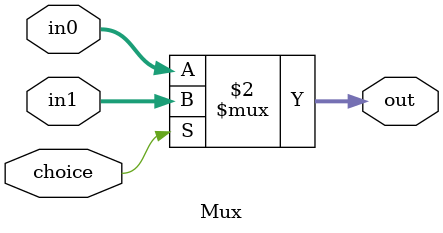
<source format=v>
`timescale 1ns / 1ps


module Mux #(
    parameter WIDTH = 32
)(
    input choice,
    input [WIDTH-1:0] in0,
    input [WIDTH-1:0] in1,
    output [WIDTH-1:0] out
);

assign out = (choice == 0)?in0:in1;
endmodule

</source>
